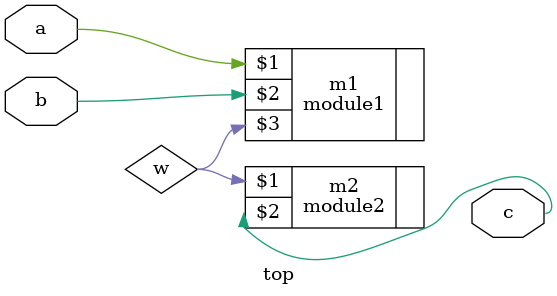
<source format=v>
module top(input a, input b, output c);
  wire w;
  
  module1 m1(a, b, w);
  module2 m2(w, c);
endmodule
</source>
